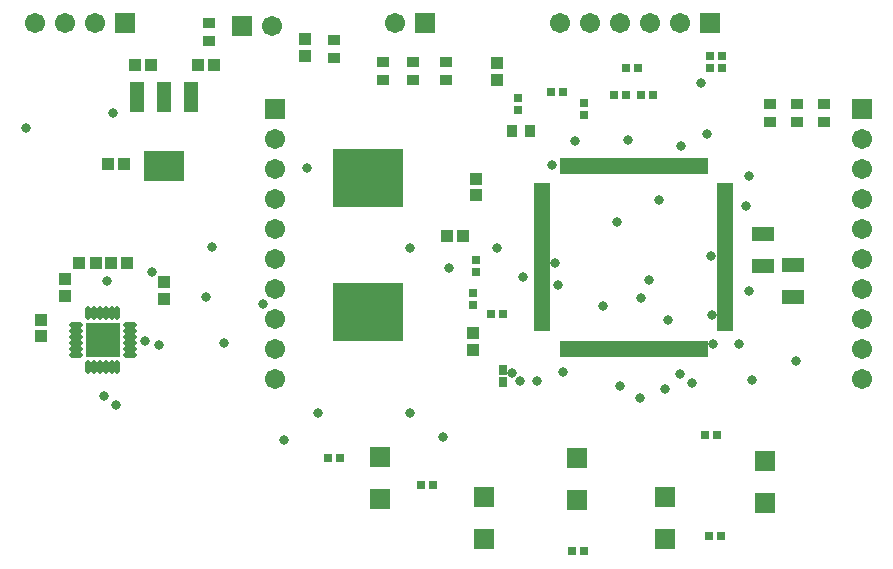
<source format=gts>
G04 Layer_Color=8388736*
%FSLAX25Y25*%
%MOIN*%
G70*
G01*
G75*
%ADD39R,0.04343X0.03556*%
%ADD40R,0.23438X0.19501*%
%ADD41O,0.04540X0.01784*%
%ADD42O,0.01784X0.04540*%
%ADD43R,0.11430X0.11430*%
%ADD44R,0.02769X0.03162*%
%ADD45R,0.03162X0.02769*%
%ADD46R,0.02800X0.03300*%
%ADD47R,0.04343X0.03950*%
%ADD48R,0.03950X0.04343*%
%ADD49R,0.07493X0.05131*%
%ADD50R,0.06706X0.06706*%
%ADD51R,0.05524X0.01981*%
%ADD52R,0.01981X0.05524*%
%ADD53R,0.13792X0.10249*%
%ADD54R,0.04737X0.10249*%
%ADD55R,0.03556X0.04343*%
%ADD56C,0.06706*%
%ADD57R,0.06706X0.06706*%
%ADD58C,0.03300*%
D39*
X626000Y424953D02*
D03*
Y419047D02*
D03*
X617000Y424953D02*
D03*
Y419047D02*
D03*
X608000Y419047D02*
D03*
Y424953D02*
D03*
X421000Y446047D02*
D03*
Y451953D02*
D03*
X500000Y438953D02*
D03*
Y433047D02*
D03*
X462500Y446453D02*
D03*
Y440547D02*
D03*
X479000Y438953D02*
D03*
Y433047D02*
D03*
X489000Y438953D02*
D03*
Y433047D02*
D03*
D40*
X474000Y400342D02*
D03*
Y355657D02*
D03*
D41*
X376445Y351421D02*
D03*
Y349453D02*
D03*
Y347484D02*
D03*
Y345516D02*
D03*
Y343547D02*
D03*
Y341579D02*
D03*
X394555D02*
D03*
Y343547D02*
D03*
Y345516D02*
D03*
Y347484D02*
D03*
Y349453D02*
D03*
Y351421D02*
D03*
D42*
X380579Y337445D02*
D03*
X382547D02*
D03*
X384516D02*
D03*
X386484D02*
D03*
X388453D02*
D03*
X390421D02*
D03*
Y355555D02*
D03*
X388453D02*
D03*
X386484D02*
D03*
X384516D02*
D03*
X382547D02*
D03*
X380579D02*
D03*
D43*
X385500Y346500D02*
D03*
D44*
X509000Y361969D02*
D03*
Y358032D02*
D03*
X545776Y421500D02*
D03*
Y425437D02*
D03*
X524000Y423032D02*
D03*
Y426968D02*
D03*
X510000Y369031D02*
D03*
Y372968D02*
D03*
D45*
X464469Y307000D02*
D03*
X460532D02*
D03*
X495469Y298000D02*
D03*
X491532D02*
D03*
X545969Y276000D02*
D03*
X542032D02*
D03*
X591569Y281200D02*
D03*
X587632D02*
D03*
X590269Y314600D02*
D03*
X586332D02*
D03*
X588031Y437000D02*
D03*
X591968D02*
D03*
X588031Y441000D02*
D03*
X591968D02*
D03*
X568968Y428000D02*
D03*
X565031D02*
D03*
X563969Y437000D02*
D03*
X560032D02*
D03*
X556031Y428000D02*
D03*
X559969D02*
D03*
X535031Y429000D02*
D03*
X538969D02*
D03*
X515031Y355000D02*
D03*
X518968D02*
D03*
D46*
X519000Y332500D02*
D03*
Y336500D02*
D03*
D47*
X509000Y343244D02*
D03*
Y348756D02*
D03*
X365000Y347744D02*
D03*
Y353256D02*
D03*
X373000Y361244D02*
D03*
Y366756D02*
D03*
X406000Y360244D02*
D03*
Y365756D02*
D03*
X517000Y433244D02*
D03*
Y438756D02*
D03*
X453000Y446756D02*
D03*
Y441244D02*
D03*
X510000Y394744D02*
D03*
Y400256D02*
D03*
D48*
X505756Y381000D02*
D03*
X500244D02*
D03*
X383256Y372000D02*
D03*
X377744D02*
D03*
X393756D02*
D03*
X388244D02*
D03*
X387244Y405000D02*
D03*
X392756D02*
D03*
X422756Y438000D02*
D03*
X417244D02*
D03*
X396244D02*
D03*
X401756D02*
D03*
D49*
X605500Y381815D02*
D03*
Y371185D02*
D03*
X615500Y371315D02*
D03*
Y360685D02*
D03*
D50*
X478000Y307280D02*
D03*
Y293500D02*
D03*
X512717Y294000D02*
D03*
Y280220D02*
D03*
X573000Y294000D02*
D03*
Y280220D02*
D03*
X606300Y292210D02*
D03*
Y305990D02*
D03*
X543500Y307000D02*
D03*
Y293220D02*
D03*
X638500Y423500D02*
D03*
X443000D02*
D03*
D51*
X531988Y397622D02*
D03*
Y395654D02*
D03*
Y393685D02*
D03*
Y391717D02*
D03*
Y389748D02*
D03*
Y387780D02*
D03*
Y385811D02*
D03*
Y383843D02*
D03*
Y381874D02*
D03*
Y379906D02*
D03*
Y377937D02*
D03*
Y375969D02*
D03*
Y374000D02*
D03*
Y372032D02*
D03*
Y370063D02*
D03*
Y368094D02*
D03*
Y366126D02*
D03*
Y364157D02*
D03*
Y362189D02*
D03*
Y360220D02*
D03*
Y358252D02*
D03*
Y356283D02*
D03*
Y354315D02*
D03*
Y352346D02*
D03*
Y350378D02*
D03*
X593012D02*
D03*
Y352346D02*
D03*
Y354315D02*
D03*
Y356283D02*
D03*
Y358252D02*
D03*
Y360220D02*
D03*
Y362189D02*
D03*
Y364157D02*
D03*
Y366126D02*
D03*
Y368094D02*
D03*
Y370063D02*
D03*
Y372032D02*
D03*
Y374000D02*
D03*
Y375969D02*
D03*
Y377937D02*
D03*
Y379906D02*
D03*
Y381874D02*
D03*
Y383843D02*
D03*
Y385811D02*
D03*
Y387780D02*
D03*
Y389748D02*
D03*
Y391717D02*
D03*
Y393685D02*
D03*
Y395654D02*
D03*
Y397622D02*
D03*
D52*
X538878Y343488D02*
D03*
X540846D02*
D03*
X542815D02*
D03*
X544783D02*
D03*
X546752D02*
D03*
X548720D02*
D03*
X550689D02*
D03*
X552657D02*
D03*
X554626D02*
D03*
X556594D02*
D03*
X558563D02*
D03*
X560532D02*
D03*
X562500D02*
D03*
X564469D02*
D03*
X566437D02*
D03*
X568406D02*
D03*
X570374D02*
D03*
X572343D02*
D03*
X574311D02*
D03*
X576280D02*
D03*
X578248D02*
D03*
X580217D02*
D03*
X582185D02*
D03*
X584154D02*
D03*
X586122D02*
D03*
Y404512D02*
D03*
X584154D02*
D03*
X582185D02*
D03*
X580217D02*
D03*
X578248D02*
D03*
X576280D02*
D03*
X574311D02*
D03*
X572343D02*
D03*
X570374D02*
D03*
X568406D02*
D03*
X566437D02*
D03*
X564469D02*
D03*
X562500D02*
D03*
X560532D02*
D03*
X558563D02*
D03*
X556594D02*
D03*
X554626D02*
D03*
X552657D02*
D03*
X550689D02*
D03*
X548720D02*
D03*
X546752D02*
D03*
X544783D02*
D03*
X542815D02*
D03*
X540846D02*
D03*
X538878D02*
D03*
D53*
X406000Y404583D02*
D03*
D54*
X396945Y427417D02*
D03*
X406000D02*
D03*
X415055D02*
D03*
D55*
X527953Y416000D02*
D03*
X522047D02*
D03*
D56*
X638500Y413500D02*
D03*
Y393500D02*
D03*
Y383500D02*
D03*
Y373500D02*
D03*
Y363500D02*
D03*
Y353500D02*
D03*
Y343500D02*
D03*
Y333500D02*
D03*
Y403500D02*
D03*
X443000Y413500D02*
D03*
Y393500D02*
D03*
Y383500D02*
D03*
Y373500D02*
D03*
Y363500D02*
D03*
Y353500D02*
D03*
Y343500D02*
D03*
Y333500D02*
D03*
Y403500D02*
D03*
X442000Y451000D02*
D03*
X383000Y452000D02*
D03*
X373000D02*
D03*
X363000D02*
D03*
X483000D02*
D03*
X538000D02*
D03*
X548000D02*
D03*
X558000D02*
D03*
X568000D02*
D03*
X578000D02*
D03*
D57*
X432000Y451000D02*
D03*
X393000Y452000D02*
D03*
X493000D02*
D03*
X588000D02*
D03*
D58*
X601000Y401000D02*
D03*
X587000Y415000D02*
D03*
X600000Y391000D02*
D03*
X585000Y432000D02*
D03*
X425900Y345500D02*
D03*
X422000Y377553D02*
D03*
X488000Y377000D02*
D03*
X517000D02*
D03*
X402000Y369000D02*
D03*
X387000Y366000D02*
D03*
X383335Y348665D02*
D03*
X387665D02*
D03*
X383335Y344335D02*
D03*
X387665D02*
D03*
X446000Y313000D02*
D03*
X499000Y314000D02*
D03*
X488000Y322000D02*
D03*
X542815Y412700D02*
D03*
X453600Y403600D02*
D03*
X557000Y385800D02*
D03*
X501000Y370500D02*
D03*
X588400Y374500D02*
D03*
X600843Y362907D02*
D03*
X602000Y333000D02*
D03*
X537323Y364927D02*
D03*
X420000Y360600D02*
D03*
X525450Y367550D02*
D03*
X404300Y344900D02*
D03*
X597450Y345200D02*
D03*
X564500Y327000D02*
D03*
X457400Y322100D02*
D03*
X588600Y354600D02*
D03*
X438900Y358500D02*
D03*
X567500Y366300D02*
D03*
X538878Y335800D02*
D03*
X389900Y324900D02*
D03*
X521900Y335400D02*
D03*
X536218Y372032D02*
D03*
X616700Y339300D02*
D03*
X530400Y332600D02*
D03*
X524500D02*
D03*
X535200Y404600D02*
D03*
X558000Y331000D02*
D03*
X385900Y327900D02*
D03*
X552100Y357800D02*
D03*
X564996Y360557D02*
D03*
X574000Y353000D02*
D03*
X589000Y345000D02*
D03*
X573000Y330000D02*
D03*
X582000Y332000D02*
D03*
X578000Y335000D02*
D03*
X399635Y346146D02*
D03*
X389000Y422000D02*
D03*
X360000Y417000D02*
D03*
X560532Y413000D02*
D03*
X571000Y393000D02*
D03*
X578382Y411000D02*
D03*
M02*

</source>
